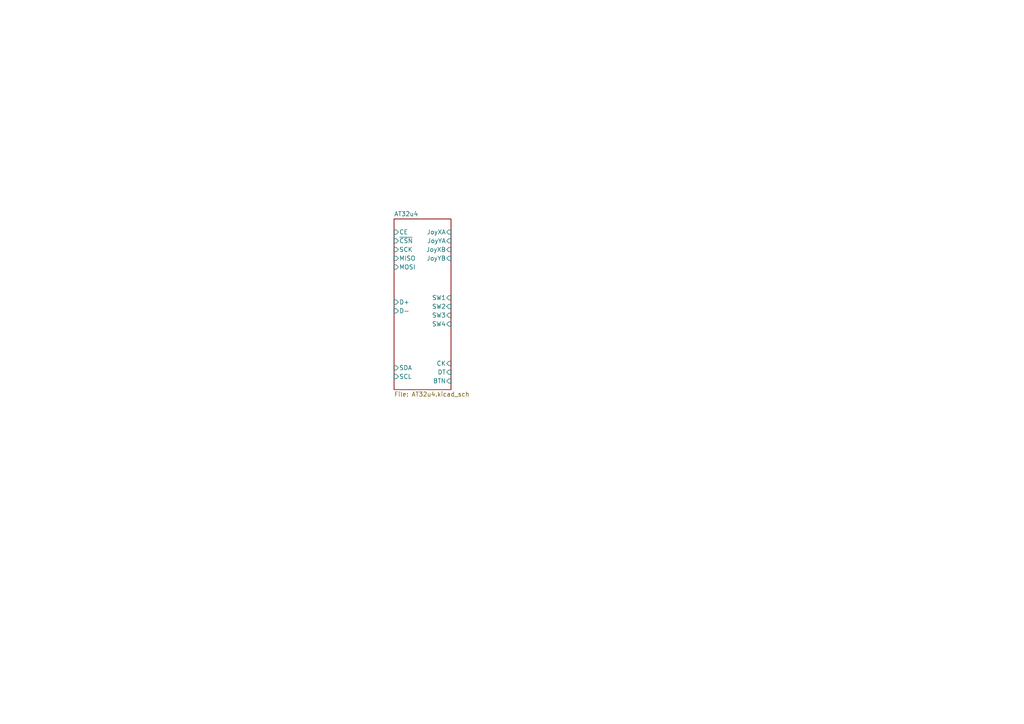
<source format=kicad_sch>
(kicad_sch
	(version 20250114)
	(generator "eeschema")
	(generator_version "9.0")
	(uuid "60efaa1b-44bb-4814-90d0-8b9990f45080")
	(paper "A4")
	(lib_symbols)
	(sheet
		(at 114.3 63.5)
		(size 16.51 49.53)
		(exclude_from_sim no)
		(in_bom yes)
		(on_board yes)
		(dnp no)
		(fields_autoplaced yes)
		(stroke
			(width 0.1524)
			(type solid)
		)
		(fill
			(color 0 0 0 0.0000)
		)
		(uuid "108dcd71-5b76-4a3d-a22d-e690a9401ff3")
		(property "Sheetname" "AT32u4"
			(at 114.3 62.7884 0)
			(effects
				(font
					(size 1.27 1.27)
				)
				(justify left bottom)
			)
		)
		(property "Sheetfile" "AT32u4.kicad_sch"
			(at 114.3 113.6146 0)
			(effects
				(font
					(size 1.27 1.27)
				)
				(justify left top)
			)
		)
		(pin "SCL" input
			(at 114.3 109.22 180)
			(uuid "0cf7c07e-ce2f-4e07-9f32-eee274bd5efd")
			(effects
				(font
					(size 1.27 1.27)
				)
				(justify left)
			)
		)
		(pin "JoyXB" input
			(at 130.81 72.39 0)
			(uuid "ca3550ae-daa8-48eb-b540-b34ef386b394")
			(effects
				(font
					(size 1.27 1.27)
				)
				(justify right)
			)
		)
		(pin "CK" input
			(at 130.81 105.41 0)
			(uuid "33383295-8dbc-4a64-990d-98d873106106")
			(effects
				(font
					(size 1.27 1.27)
				)
				(justify right)
			)
		)
		(pin "SW4" input
			(at 130.81 93.98 0)
			(uuid "a39f51b4-220c-4976-b323-bf43f25b956b")
			(effects
				(font
					(size 1.27 1.27)
				)
				(justify right)
			)
		)
		(pin "JoyYA" input
			(at 130.81 69.85 0)
			(uuid "1dd34351-3c18-4b02-811e-6f191cebb719")
			(effects
				(font
					(size 1.27 1.27)
				)
				(justify right)
			)
		)
		(pin "SW2" input
			(at 130.81 88.9 0)
			(uuid "0c2fd1ec-dd78-40c9-b922-e5b9f4fb027c")
			(effects
				(font
					(size 1.27 1.27)
				)
				(justify right)
			)
		)
		(pin "SW3" input
			(at 130.81 91.44 0)
			(uuid "461aa91c-0056-4018-a2c4-51fac29bd021")
			(effects
				(font
					(size 1.27 1.27)
				)
				(justify right)
			)
		)
		(pin "MISO" input
			(at 114.3 74.93 180)
			(uuid "0a6efea1-b19f-454c-91e4-f21e996c9f67")
			(effects
				(font
					(size 1.27 1.27)
				)
				(justify left)
			)
		)
		(pin "JoyXA" input
			(at 130.81 67.31 0)
			(uuid "d52f2be0-270d-4093-99a3-b0939fedffb9")
			(effects
				(font
					(size 1.27 1.27)
				)
				(justify right)
			)
		)
		(pin "D+" input
			(at 114.3 87.63 180)
			(uuid "ba55a805-be04-4176-be56-7d0b05aa467c")
			(effects
				(font
					(size 1.27 1.27)
				)
				(justify left)
			)
		)
		(pin "SDA" input
			(at 114.3 106.68 180)
			(uuid "83260826-02ee-4f8a-ac74-8c974e9e414d")
			(effects
				(font
					(size 1.27 1.27)
				)
				(justify left)
			)
		)
		(pin "CE" input
			(at 114.3 67.31 180)
			(uuid "e56ccce4-6dcd-4a43-ab3f-dc8499a4ab0f")
			(effects
				(font
					(size 1.27 1.27)
				)
				(justify left)
			)
		)
		(pin "D-" input
			(at 114.3 90.17 180)
			(uuid "b5df72d1-8193-438e-a238-71bdeac49024")
			(effects
				(font
					(size 1.27 1.27)
				)
				(justify left)
			)
		)
		(pin "JoyYB" input
			(at 130.81 74.93 0)
			(uuid "e0f100a7-909c-4776-b924-361a34487f0c")
			(effects
				(font
					(size 1.27 1.27)
				)
				(justify right)
			)
		)
		(pin "SCK" input
			(at 114.3 72.39 180)
			(uuid "3fcceb0e-1d48-43c6-8f63-412d012433da")
			(effects
				(font
					(size 1.27 1.27)
				)
				(justify left)
			)
		)
		(pin "DT" input
			(at 130.81 107.95 0)
			(uuid "2992977e-8eae-427e-a8a2-6e5db6c811df")
			(effects
				(font
					(size 1.27 1.27)
				)
				(justify right)
			)
		)
		(pin "~{CSN}" input
			(at 114.3 69.85 180)
			(uuid "517f803d-adb7-48b2-9e45-26e01a619cc3")
			(effects
				(font
					(size 1.27 1.27)
				)
				(justify left)
			)
		)
		(pin "MOSI" input
			(at 114.3 77.47 180)
			(uuid "303037d1-456d-4305-b7f6-c9f0a0fea7ff")
			(effects
				(font
					(size 1.27 1.27)
				)
				(justify left)
			)
		)
		(pin "BTN" input
			(at 130.81 110.49 0)
			(uuid "eff8cbed-4e66-42c9-8207-e2a5108ec6d7")
			(effects
				(font
					(size 1.27 1.27)
				)
				(justify right)
			)
		)
		(pin "SW1" input
			(at 130.81 86.36 0)
			(uuid "0f488585-7ade-4ddf-93e5-2a2dd3c2cccf")
			(effects
				(font
					(size 1.27 1.27)
				)
				(justify right)
			)
		)
		(instances
			(project "StrinX_Controller"
				(path "/60efaa1b-44bb-4814-90d0-8b9990f45080"
					(page "2")
				)
			)
		)
	)
	(sheet_instances
		(path "/"
			(page "1")
		)
	)
	(embedded_fonts no)
)

</source>
